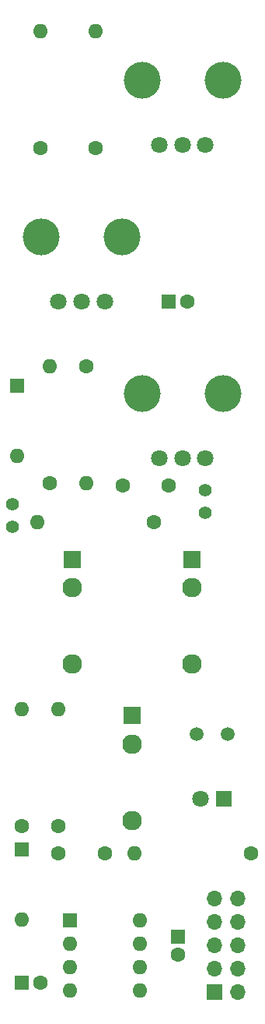
<source format=gbs>
G04 #@! TF.GenerationSoftware,KiCad,Pcbnew,(6.0.0)*
G04 #@! TF.CreationDate,2022-01-31T10:14:00+01:00*
G04 #@! TF.ProjectId,StupidBox,53747570-6964-4426-9f78-2e6b69636164,rev?*
G04 #@! TF.SameCoordinates,Original*
G04 #@! TF.FileFunction,Soldermask,Bot*
G04 #@! TF.FilePolarity,Negative*
%FSLAX46Y46*%
G04 Gerber Fmt 4.6, Leading zero omitted, Abs format (unit mm)*
G04 Created by KiCad (PCBNEW (6.0.0)) date 2022-01-31 10:14:00*
%MOMM*%
%LPD*%
G01*
G04 APERTURE LIST*
%ADD10R,1.600000X1.600000*%
%ADD11C,1.600000*%
%ADD12C,1.400000*%
%ADD13O,1.600000X1.600000*%
%ADD14R,1.800000X1.800000*%
%ADD15C,1.800000*%
%ADD16R,1.930000X1.830000*%
%ADD17C,2.130000*%
%ADD18C,1.500000*%
%ADD19C,4.000000*%
%ADD20R,1.700000X1.700000*%
%ADD21O,1.700000X1.700000*%
G04 APERTURE END LIST*
D10*
X50000000Y-132000000D03*
D11*
X50000000Y-134000000D03*
D10*
X33000000Y-137000000D03*
D11*
X35000000Y-137000000D03*
D12*
X32000000Y-85000000D03*
X32000000Y-87500000D03*
D11*
X42000000Y-123000000D03*
X37000000Y-123000000D03*
D10*
X49000000Y-63000000D03*
D11*
X51000000Y-63000000D03*
X49000000Y-83000000D03*
X44000000Y-83000000D03*
D12*
X53000000Y-83500000D03*
X53000000Y-86000000D03*
D10*
X32500000Y-72190000D03*
D13*
X32500000Y-79810000D03*
D14*
X55000000Y-117000000D03*
D15*
X52460000Y-117000000D03*
D16*
X38500000Y-91000000D03*
D17*
X38500000Y-102400000D03*
X38500000Y-94100000D03*
D11*
X33000000Y-120000000D03*
D13*
X33000000Y-107300000D03*
D11*
X37000000Y-120000000D03*
D13*
X37000000Y-107300000D03*
D11*
X36000000Y-82700000D03*
D13*
X36000000Y-70000000D03*
D11*
X40000000Y-70000000D03*
D13*
X40000000Y-82700000D03*
D18*
X55425000Y-110000000D03*
X52025000Y-110000000D03*
D11*
X58000000Y-123000000D03*
D13*
X45300000Y-123000000D03*
D11*
X47350000Y-87000000D03*
D13*
X34650000Y-87000000D03*
D10*
X38200000Y-130200000D03*
D13*
X38200000Y-132740000D03*
X38200000Y-135280000D03*
X38200000Y-137820000D03*
X45820000Y-137820000D03*
X45820000Y-135280000D03*
X45820000Y-132740000D03*
X45820000Y-130200000D03*
D19*
X46100000Y-39000000D03*
X54900000Y-39000000D03*
D15*
X53000000Y-46000000D03*
X50500000Y-46000000D03*
X48000000Y-46000000D03*
D19*
X43900000Y-56000000D03*
X35100000Y-56000000D03*
D15*
X42000000Y-63000000D03*
X39500000Y-63000000D03*
X37000000Y-63000000D03*
D19*
X46100000Y-73000000D03*
X54900000Y-73000000D03*
D15*
X53000000Y-80000000D03*
X50500000Y-80000000D03*
X48000000Y-80000000D03*
D11*
X35000000Y-46350000D03*
D13*
X35000000Y-33650000D03*
D11*
X41000000Y-46350000D03*
D13*
X41000000Y-33650000D03*
D10*
X33000000Y-122500000D03*
D13*
X33000000Y-130120000D03*
D16*
X45000000Y-108000000D03*
D17*
X45000000Y-119400000D03*
X45000000Y-111100000D03*
D16*
X51500000Y-91000000D03*
D17*
X51500000Y-102400000D03*
X51500000Y-94100000D03*
D20*
X54000000Y-138000000D03*
D21*
X56540000Y-138000000D03*
X54000000Y-135460000D03*
X56540000Y-135460000D03*
X54000000Y-132920000D03*
X56540000Y-132920000D03*
X54000000Y-130380000D03*
X56540000Y-130380000D03*
X54000000Y-127840000D03*
X56540000Y-127840000D03*
M02*

</source>
